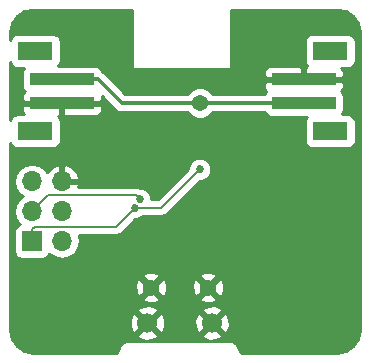
<source format=gbr>
G04 #@! TF.FileFunction,Copper,L2,Bot,Signal*
%FSLAX46Y46*%
G04 Gerber Fmt 4.6, Leading zero omitted, Abs format (unit mm)*
G04 Created by KiCad (PCBNEW 4.0.7) date 01/03/18 15:17:12*
%MOMM*%
%LPD*%
G01*
G04 APERTURE LIST*
%ADD10C,0.100000*%
%ADD11R,1.700000X1.700000*%
%ADD12O,1.700000X1.700000*%
%ADD13C,1.400000*%
%ADD14C,1.700000*%
%ADD15R,5.500000X1.000000*%
%ADD16R,3.000000X1.600000*%
%ADD17C,1.371600*%
%ADD18C,0.685800*%
%ADD19C,0.304800*%
%ADD20C,0.152400*%
%ADD21C,0.254000*%
G04 APERTURE END LIST*
D10*
D11*
X147320000Y-124460000D03*
D12*
X149860000Y-124460000D03*
X147320000Y-121920000D03*
X149860000Y-121920000D03*
X147320000Y-119380000D03*
X149860000Y-119380000D03*
D13*
X157410000Y-128380000D03*
X162250000Y-128380000D03*
D14*
X157100000Y-131380000D03*
X162560000Y-131380000D03*
D15*
X149860000Y-110760000D03*
X149860000Y-112760000D03*
D16*
X147610000Y-108360000D03*
X147610000Y-115160000D03*
D15*
X170325000Y-112760000D03*
X170325000Y-110760000D03*
D16*
X172575000Y-115160000D03*
X172575000Y-108360000D03*
D17*
X161544000Y-112760000D03*
D18*
X156026509Y-121618983D03*
X161544000Y-118364000D03*
X156464000Y-120904000D03*
D19*
X154914800Y-112760000D02*
X161544000Y-112760000D01*
X161544000Y-112760000D02*
X167270200Y-112760000D01*
X149860000Y-110760000D02*
X152914800Y-110760000D01*
X152914800Y-110760000D02*
X154914800Y-112760000D01*
X167270200Y-112760000D02*
X170325000Y-112760000D01*
D20*
X156511442Y-121618983D02*
X156026509Y-121618983D01*
X158289017Y-121618983D02*
X156511442Y-121618983D01*
X161544000Y-118364000D02*
X158289017Y-121618983D01*
X155683610Y-121961882D02*
X156026509Y-121618983D01*
X154416493Y-123228999D02*
X155683610Y-121961882D01*
X147548601Y-123228999D02*
X154416493Y-123228999D01*
X147320000Y-123457600D02*
X147548601Y-123228999D01*
X147320000Y-124460000D02*
X147320000Y-123457600D01*
X156464000Y-120904000D02*
X156121101Y-120561101D01*
X156121101Y-120561101D02*
X148678899Y-120561101D01*
X148678899Y-120561101D02*
X148169999Y-121070001D01*
X148169999Y-121070001D02*
X147320000Y-121920000D01*
D21*
G36*
X155829000Y-109728000D02*
X155837685Y-109774159D01*
X155864965Y-109816553D01*
X155906590Y-109844994D01*
X155956000Y-109855000D01*
X164084000Y-109855000D01*
X164130159Y-109846315D01*
X164172553Y-109819035D01*
X164200994Y-109777410D01*
X164211000Y-109728000D01*
X164211000Y-107560000D01*
X170427560Y-107560000D01*
X170427560Y-109160000D01*
X170471838Y-109395317D01*
X170610910Y-109611441D01*
X170630754Y-109625000D01*
X170610750Y-109625000D01*
X170452000Y-109783750D01*
X170452000Y-110633000D01*
X173551250Y-110633000D01*
X173710000Y-110474250D01*
X173710000Y-110133691D01*
X173613327Y-109900302D01*
X173520466Y-109807440D01*
X174075000Y-109807440D01*
X174310317Y-109763162D01*
X174526441Y-109624090D01*
X174671431Y-109411890D01*
X174722440Y-109160000D01*
X174722440Y-107560000D01*
X174678162Y-107324683D01*
X174539090Y-107108559D01*
X174326890Y-106963569D01*
X174075000Y-106912560D01*
X171075000Y-106912560D01*
X170839683Y-106956838D01*
X170623559Y-107095910D01*
X170478569Y-107308110D01*
X170427560Y-107560000D01*
X164211000Y-107560000D01*
X164211000Y-104850000D01*
X173158069Y-104850000D01*
X173922989Y-105002152D01*
X174512170Y-105395830D01*
X174905848Y-105985011D01*
X175058000Y-106749931D01*
X175058000Y-132010069D01*
X174905848Y-132774989D01*
X174512170Y-133364170D01*
X173922989Y-133757848D01*
X173158069Y-133910000D01*
X165030804Y-133910000D01*
X164719043Y-133286478D01*
X164649271Y-133196578D01*
X164586046Y-133101954D01*
X164564833Y-133087780D01*
X164549193Y-133067628D01*
X164450327Y-133011270D01*
X164355705Y-132948046D01*
X164330686Y-132943069D01*
X164308522Y-132930435D01*
X164195617Y-132916202D01*
X164084000Y-132894000D01*
X155448000Y-132894000D01*
X155336397Y-132916199D01*
X155223478Y-132930434D01*
X155201312Y-132943070D01*
X155176295Y-132948046D01*
X155081677Y-133011267D01*
X154982807Y-133067628D01*
X154967167Y-133087780D01*
X154945954Y-133101954D01*
X154882729Y-133196578D01*
X154812957Y-133286478D01*
X154501196Y-133910000D01*
X147389931Y-133910000D01*
X146625011Y-133757848D01*
X146035830Y-133364170D01*
X145642152Y-132774989D01*
X145572328Y-132423958D01*
X156235647Y-132423958D01*
X156315920Y-132675259D01*
X156871279Y-132876718D01*
X157461458Y-132850315D01*
X157884080Y-132675259D01*
X157964353Y-132423958D01*
X161695647Y-132423958D01*
X161775920Y-132675259D01*
X162331279Y-132876718D01*
X162921458Y-132850315D01*
X163344080Y-132675259D01*
X163424353Y-132423958D01*
X162560000Y-131559605D01*
X161695647Y-132423958D01*
X157964353Y-132423958D01*
X157100000Y-131559605D01*
X156235647Y-132423958D01*
X145572328Y-132423958D01*
X145490000Y-132010069D01*
X145490000Y-131151279D01*
X155603282Y-131151279D01*
X155629685Y-131741458D01*
X155804741Y-132164080D01*
X156056042Y-132244353D01*
X156920395Y-131380000D01*
X157279605Y-131380000D01*
X158143958Y-132244353D01*
X158395259Y-132164080D01*
X158596718Y-131608721D01*
X158576254Y-131151279D01*
X161063282Y-131151279D01*
X161089685Y-131741458D01*
X161264741Y-132164080D01*
X161516042Y-132244353D01*
X162380395Y-131380000D01*
X162739605Y-131380000D01*
X163603958Y-132244353D01*
X163855259Y-132164080D01*
X164056718Y-131608721D01*
X164030315Y-131018542D01*
X163855259Y-130595920D01*
X163603958Y-130515647D01*
X162739605Y-131380000D01*
X162380395Y-131380000D01*
X161516042Y-130515647D01*
X161264741Y-130595920D01*
X161063282Y-131151279D01*
X158576254Y-131151279D01*
X158570315Y-131018542D01*
X158395259Y-130595920D01*
X158143958Y-130515647D01*
X157279605Y-131380000D01*
X156920395Y-131380000D01*
X156056042Y-130515647D01*
X155804741Y-130595920D01*
X155603282Y-131151279D01*
X145490000Y-131151279D01*
X145490000Y-130336042D01*
X156235647Y-130336042D01*
X157100000Y-131200395D01*
X157964353Y-130336042D01*
X161695647Y-130336042D01*
X162560000Y-131200395D01*
X163424353Y-130336042D01*
X163344080Y-130084741D01*
X162788721Y-129883282D01*
X162198542Y-129909685D01*
X161775920Y-130084741D01*
X161695647Y-130336042D01*
X157964353Y-130336042D01*
X157884080Y-130084741D01*
X157328721Y-129883282D01*
X156738542Y-129909685D01*
X156315920Y-130084741D01*
X156235647Y-130336042D01*
X145490000Y-130336042D01*
X145490000Y-129315275D01*
X156654331Y-129315275D01*
X156716169Y-129551042D01*
X157217122Y-129727419D01*
X157747440Y-129698664D01*
X158103831Y-129551042D01*
X158165669Y-129315275D01*
X161494331Y-129315275D01*
X161556169Y-129551042D01*
X162057122Y-129727419D01*
X162587440Y-129698664D01*
X162943831Y-129551042D01*
X163005669Y-129315275D01*
X162250000Y-128559605D01*
X161494331Y-129315275D01*
X158165669Y-129315275D01*
X157410000Y-128559605D01*
X156654331Y-129315275D01*
X145490000Y-129315275D01*
X145490000Y-128187122D01*
X156062581Y-128187122D01*
X156091336Y-128717440D01*
X156238958Y-129073831D01*
X156474725Y-129135669D01*
X157230395Y-128380000D01*
X157589605Y-128380000D01*
X158345275Y-129135669D01*
X158581042Y-129073831D01*
X158757419Y-128572878D01*
X158736503Y-128187122D01*
X160902581Y-128187122D01*
X160931336Y-128717440D01*
X161078958Y-129073831D01*
X161314725Y-129135669D01*
X162070395Y-128380000D01*
X162429605Y-128380000D01*
X163185275Y-129135669D01*
X163421042Y-129073831D01*
X163597419Y-128572878D01*
X163568664Y-128042560D01*
X163421042Y-127686169D01*
X163185275Y-127624331D01*
X162429605Y-128380000D01*
X162070395Y-128380000D01*
X161314725Y-127624331D01*
X161078958Y-127686169D01*
X160902581Y-128187122D01*
X158736503Y-128187122D01*
X158728664Y-128042560D01*
X158581042Y-127686169D01*
X158345275Y-127624331D01*
X157589605Y-128380000D01*
X157230395Y-128380000D01*
X156474725Y-127624331D01*
X156238958Y-127686169D01*
X156062581Y-128187122D01*
X145490000Y-128187122D01*
X145490000Y-127444725D01*
X156654331Y-127444725D01*
X157410000Y-128200395D01*
X158165669Y-127444725D01*
X161494331Y-127444725D01*
X162250000Y-128200395D01*
X163005669Y-127444725D01*
X162943831Y-127208958D01*
X162442878Y-127032581D01*
X161912560Y-127061336D01*
X161556169Y-127208958D01*
X161494331Y-127444725D01*
X158165669Y-127444725D01*
X158103831Y-127208958D01*
X157602878Y-127032581D01*
X157072560Y-127061336D01*
X156716169Y-127208958D01*
X156654331Y-127444725D01*
X145490000Y-127444725D01*
X145490000Y-119380000D01*
X145805907Y-119380000D01*
X145918946Y-119948285D01*
X146240853Y-120430054D01*
X146570026Y-120650000D01*
X146240853Y-120869946D01*
X145918946Y-121351715D01*
X145805907Y-121920000D01*
X145918946Y-122488285D01*
X146240853Y-122970054D01*
X146282452Y-122997850D01*
X146234683Y-123006838D01*
X146018559Y-123145910D01*
X145873569Y-123358110D01*
X145822560Y-123610000D01*
X145822560Y-125310000D01*
X145866838Y-125545317D01*
X146005910Y-125761441D01*
X146218110Y-125906431D01*
X146470000Y-125957440D01*
X148170000Y-125957440D01*
X148405317Y-125913162D01*
X148621441Y-125774090D01*
X148766431Y-125561890D01*
X148777841Y-125505546D01*
X148780853Y-125510054D01*
X149262622Y-125831961D01*
X149830907Y-125945000D01*
X149889093Y-125945000D01*
X150457378Y-125831961D01*
X150939147Y-125510054D01*
X151261054Y-125028285D01*
X151374093Y-124460000D01*
X151270698Y-123940199D01*
X154416493Y-123940199D01*
X154688658Y-123886062D01*
X154919387Y-123731893D01*
X156054372Y-122596908D01*
X156220172Y-122597052D01*
X156579721Y-122448490D01*
X156698235Y-122330183D01*
X158289017Y-122330183D01*
X158561182Y-122276046D01*
X158791911Y-122121877D01*
X161571863Y-119341925D01*
X161737663Y-119342069D01*
X162097212Y-119193507D01*
X162372540Y-118918659D01*
X162521730Y-118559370D01*
X162522069Y-118170337D01*
X162373507Y-117810788D01*
X162098659Y-117535460D01*
X161739370Y-117386270D01*
X161350337Y-117385931D01*
X160990788Y-117534493D01*
X160715460Y-117809341D01*
X160566270Y-118168630D01*
X160566124Y-118336088D01*
X157994429Y-120907783D01*
X157441897Y-120907783D01*
X157442069Y-120710337D01*
X157293507Y-120350788D01*
X157018659Y-120075460D01*
X156659370Y-119926270D01*
X156426234Y-119926067D01*
X156393266Y-119904038D01*
X156121101Y-119849901D01*
X151254668Y-119849901D01*
X151301476Y-119736890D01*
X151180155Y-119507000D01*
X149987000Y-119507000D01*
X149987000Y-119527000D01*
X149733000Y-119527000D01*
X149733000Y-119507000D01*
X149713000Y-119507000D01*
X149713000Y-119253000D01*
X149733000Y-119253000D01*
X149733000Y-118059181D01*
X149987000Y-118059181D01*
X149987000Y-119253000D01*
X151180155Y-119253000D01*
X151301476Y-119023110D01*
X151131645Y-118613076D01*
X150741358Y-118184817D01*
X150216892Y-117938514D01*
X149987000Y-118059181D01*
X149733000Y-118059181D01*
X149503108Y-117938514D01*
X148978642Y-118184817D01*
X148588355Y-118613076D01*
X148588345Y-118613101D01*
X148399147Y-118329946D01*
X147917378Y-118008039D01*
X147349093Y-117895000D01*
X147290907Y-117895000D01*
X146722622Y-118008039D01*
X146240853Y-118329946D01*
X145918946Y-118811715D01*
X145805907Y-119380000D01*
X145490000Y-119380000D01*
X145490000Y-116105831D01*
X145506838Y-116195317D01*
X145645910Y-116411441D01*
X145858110Y-116556431D01*
X146110000Y-116607440D01*
X149110000Y-116607440D01*
X149345317Y-116563162D01*
X149561441Y-116424090D01*
X149706431Y-116211890D01*
X149757440Y-115960000D01*
X149757440Y-114360000D01*
X149713162Y-114124683D01*
X149574090Y-113908559D01*
X149554246Y-113895000D01*
X149574250Y-113895000D01*
X149733000Y-113736250D01*
X149733000Y-112887000D01*
X149987000Y-112887000D01*
X149987000Y-113736250D01*
X150145750Y-113895000D01*
X152736310Y-113895000D01*
X152969699Y-113798327D01*
X153148327Y-113619698D01*
X153245000Y-113386309D01*
X153245000Y-113045750D01*
X153086250Y-112887000D01*
X149987000Y-112887000D01*
X149733000Y-112887000D01*
X146633750Y-112887000D01*
X146475000Y-113045750D01*
X146475000Y-113386309D01*
X146571673Y-113619698D01*
X146664534Y-113712560D01*
X146110000Y-113712560D01*
X145874683Y-113756838D01*
X145658559Y-113895910D01*
X145513569Y-114108110D01*
X145490000Y-114224497D01*
X145490000Y-109305831D01*
X145506838Y-109395317D01*
X145645910Y-109611441D01*
X145858110Y-109756431D01*
X146110000Y-109807440D01*
X146650681Y-109807440D01*
X146513569Y-110008110D01*
X146462560Y-110260000D01*
X146462560Y-111260000D01*
X146506838Y-111495317D01*
X146645910Y-111711441D01*
X146714006Y-111757969D01*
X146571673Y-111900302D01*
X146475000Y-112133691D01*
X146475000Y-112474250D01*
X146633750Y-112633000D01*
X149733000Y-112633000D01*
X149733000Y-112613000D01*
X149987000Y-112613000D01*
X149987000Y-112633000D01*
X153086250Y-112633000D01*
X153245000Y-112474250D01*
X153245000Y-112203752D01*
X154358024Y-113316776D01*
X154613475Y-113487463D01*
X154914800Y-113547400D01*
X160463761Y-113547400D01*
X160794850Y-113879067D01*
X161280124Y-114080570D01*
X161805571Y-114081029D01*
X162291196Y-113880373D01*
X162624750Y-113547400D01*
X167005352Y-113547400D01*
X167110910Y-113711441D01*
X167323110Y-113856431D01*
X167575000Y-113907440D01*
X170615681Y-113907440D01*
X170478569Y-114108110D01*
X170427560Y-114360000D01*
X170427560Y-115960000D01*
X170471838Y-116195317D01*
X170610910Y-116411441D01*
X170823110Y-116556431D01*
X171075000Y-116607440D01*
X174075000Y-116607440D01*
X174310317Y-116563162D01*
X174526441Y-116424090D01*
X174671431Y-116211890D01*
X174722440Y-115960000D01*
X174722440Y-114360000D01*
X174678162Y-114124683D01*
X174539090Y-113908559D01*
X174326890Y-113763569D01*
X174075000Y-113712560D01*
X173534319Y-113712560D01*
X173671431Y-113511890D01*
X173722440Y-113260000D01*
X173722440Y-112260000D01*
X173678162Y-112024683D01*
X173539090Y-111808559D01*
X173470994Y-111762031D01*
X173613327Y-111619698D01*
X173710000Y-111386309D01*
X173710000Y-111045750D01*
X173551250Y-110887000D01*
X170452000Y-110887000D01*
X170452000Y-110907000D01*
X170198000Y-110907000D01*
X170198000Y-110887000D01*
X167098750Y-110887000D01*
X166940000Y-111045750D01*
X166940000Y-111386309D01*
X167036673Y-111619698D01*
X167177910Y-111760936D01*
X167123559Y-111795910D01*
X167002832Y-111972600D01*
X162624239Y-111972600D01*
X162293150Y-111640933D01*
X161807876Y-111439430D01*
X161282429Y-111438971D01*
X160796804Y-111639627D01*
X160463250Y-111972600D01*
X155240952Y-111972600D01*
X153471576Y-110203224D01*
X153367513Y-110133691D01*
X166940000Y-110133691D01*
X166940000Y-110474250D01*
X167098750Y-110633000D01*
X170198000Y-110633000D01*
X170198000Y-109783750D01*
X170039250Y-109625000D01*
X167448690Y-109625000D01*
X167215301Y-109721673D01*
X167036673Y-109900302D01*
X166940000Y-110133691D01*
X153367513Y-110133691D01*
X153216125Y-110032537D01*
X153214582Y-110032230D01*
X153213162Y-110024683D01*
X153074090Y-109808559D01*
X152861890Y-109663569D01*
X152610000Y-109612560D01*
X149569319Y-109612560D01*
X149706431Y-109411890D01*
X149757440Y-109160000D01*
X149757440Y-107560000D01*
X149713162Y-107324683D01*
X149574090Y-107108559D01*
X149361890Y-106963569D01*
X149110000Y-106912560D01*
X146110000Y-106912560D01*
X145874683Y-106956838D01*
X145658559Y-107095910D01*
X145513569Y-107308110D01*
X145490000Y-107424497D01*
X145490000Y-106749931D01*
X145642152Y-105985011D01*
X146035830Y-105395830D01*
X146625011Y-105002152D01*
X147389931Y-104850000D01*
X155829000Y-104850000D01*
X155829000Y-109728000D01*
X155829000Y-109728000D01*
G37*
X155829000Y-109728000D02*
X155837685Y-109774159D01*
X155864965Y-109816553D01*
X155906590Y-109844994D01*
X155956000Y-109855000D01*
X164084000Y-109855000D01*
X164130159Y-109846315D01*
X164172553Y-109819035D01*
X164200994Y-109777410D01*
X164211000Y-109728000D01*
X164211000Y-107560000D01*
X170427560Y-107560000D01*
X170427560Y-109160000D01*
X170471838Y-109395317D01*
X170610910Y-109611441D01*
X170630754Y-109625000D01*
X170610750Y-109625000D01*
X170452000Y-109783750D01*
X170452000Y-110633000D01*
X173551250Y-110633000D01*
X173710000Y-110474250D01*
X173710000Y-110133691D01*
X173613327Y-109900302D01*
X173520466Y-109807440D01*
X174075000Y-109807440D01*
X174310317Y-109763162D01*
X174526441Y-109624090D01*
X174671431Y-109411890D01*
X174722440Y-109160000D01*
X174722440Y-107560000D01*
X174678162Y-107324683D01*
X174539090Y-107108559D01*
X174326890Y-106963569D01*
X174075000Y-106912560D01*
X171075000Y-106912560D01*
X170839683Y-106956838D01*
X170623559Y-107095910D01*
X170478569Y-107308110D01*
X170427560Y-107560000D01*
X164211000Y-107560000D01*
X164211000Y-104850000D01*
X173158069Y-104850000D01*
X173922989Y-105002152D01*
X174512170Y-105395830D01*
X174905848Y-105985011D01*
X175058000Y-106749931D01*
X175058000Y-132010069D01*
X174905848Y-132774989D01*
X174512170Y-133364170D01*
X173922989Y-133757848D01*
X173158069Y-133910000D01*
X165030804Y-133910000D01*
X164719043Y-133286478D01*
X164649271Y-133196578D01*
X164586046Y-133101954D01*
X164564833Y-133087780D01*
X164549193Y-133067628D01*
X164450327Y-133011270D01*
X164355705Y-132948046D01*
X164330686Y-132943069D01*
X164308522Y-132930435D01*
X164195617Y-132916202D01*
X164084000Y-132894000D01*
X155448000Y-132894000D01*
X155336397Y-132916199D01*
X155223478Y-132930434D01*
X155201312Y-132943070D01*
X155176295Y-132948046D01*
X155081677Y-133011267D01*
X154982807Y-133067628D01*
X154967167Y-133087780D01*
X154945954Y-133101954D01*
X154882729Y-133196578D01*
X154812957Y-133286478D01*
X154501196Y-133910000D01*
X147389931Y-133910000D01*
X146625011Y-133757848D01*
X146035830Y-133364170D01*
X145642152Y-132774989D01*
X145572328Y-132423958D01*
X156235647Y-132423958D01*
X156315920Y-132675259D01*
X156871279Y-132876718D01*
X157461458Y-132850315D01*
X157884080Y-132675259D01*
X157964353Y-132423958D01*
X161695647Y-132423958D01*
X161775920Y-132675259D01*
X162331279Y-132876718D01*
X162921458Y-132850315D01*
X163344080Y-132675259D01*
X163424353Y-132423958D01*
X162560000Y-131559605D01*
X161695647Y-132423958D01*
X157964353Y-132423958D01*
X157100000Y-131559605D01*
X156235647Y-132423958D01*
X145572328Y-132423958D01*
X145490000Y-132010069D01*
X145490000Y-131151279D01*
X155603282Y-131151279D01*
X155629685Y-131741458D01*
X155804741Y-132164080D01*
X156056042Y-132244353D01*
X156920395Y-131380000D01*
X157279605Y-131380000D01*
X158143958Y-132244353D01*
X158395259Y-132164080D01*
X158596718Y-131608721D01*
X158576254Y-131151279D01*
X161063282Y-131151279D01*
X161089685Y-131741458D01*
X161264741Y-132164080D01*
X161516042Y-132244353D01*
X162380395Y-131380000D01*
X162739605Y-131380000D01*
X163603958Y-132244353D01*
X163855259Y-132164080D01*
X164056718Y-131608721D01*
X164030315Y-131018542D01*
X163855259Y-130595920D01*
X163603958Y-130515647D01*
X162739605Y-131380000D01*
X162380395Y-131380000D01*
X161516042Y-130515647D01*
X161264741Y-130595920D01*
X161063282Y-131151279D01*
X158576254Y-131151279D01*
X158570315Y-131018542D01*
X158395259Y-130595920D01*
X158143958Y-130515647D01*
X157279605Y-131380000D01*
X156920395Y-131380000D01*
X156056042Y-130515647D01*
X155804741Y-130595920D01*
X155603282Y-131151279D01*
X145490000Y-131151279D01*
X145490000Y-130336042D01*
X156235647Y-130336042D01*
X157100000Y-131200395D01*
X157964353Y-130336042D01*
X161695647Y-130336042D01*
X162560000Y-131200395D01*
X163424353Y-130336042D01*
X163344080Y-130084741D01*
X162788721Y-129883282D01*
X162198542Y-129909685D01*
X161775920Y-130084741D01*
X161695647Y-130336042D01*
X157964353Y-130336042D01*
X157884080Y-130084741D01*
X157328721Y-129883282D01*
X156738542Y-129909685D01*
X156315920Y-130084741D01*
X156235647Y-130336042D01*
X145490000Y-130336042D01*
X145490000Y-129315275D01*
X156654331Y-129315275D01*
X156716169Y-129551042D01*
X157217122Y-129727419D01*
X157747440Y-129698664D01*
X158103831Y-129551042D01*
X158165669Y-129315275D01*
X161494331Y-129315275D01*
X161556169Y-129551042D01*
X162057122Y-129727419D01*
X162587440Y-129698664D01*
X162943831Y-129551042D01*
X163005669Y-129315275D01*
X162250000Y-128559605D01*
X161494331Y-129315275D01*
X158165669Y-129315275D01*
X157410000Y-128559605D01*
X156654331Y-129315275D01*
X145490000Y-129315275D01*
X145490000Y-128187122D01*
X156062581Y-128187122D01*
X156091336Y-128717440D01*
X156238958Y-129073831D01*
X156474725Y-129135669D01*
X157230395Y-128380000D01*
X157589605Y-128380000D01*
X158345275Y-129135669D01*
X158581042Y-129073831D01*
X158757419Y-128572878D01*
X158736503Y-128187122D01*
X160902581Y-128187122D01*
X160931336Y-128717440D01*
X161078958Y-129073831D01*
X161314725Y-129135669D01*
X162070395Y-128380000D01*
X162429605Y-128380000D01*
X163185275Y-129135669D01*
X163421042Y-129073831D01*
X163597419Y-128572878D01*
X163568664Y-128042560D01*
X163421042Y-127686169D01*
X163185275Y-127624331D01*
X162429605Y-128380000D01*
X162070395Y-128380000D01*
X161314725Y-127624331D01*
X161078958Y-127686169D01*
X160902581Y-128187122D01*
X158736503Y-128187122D01*
X158728664Y-128042560D01*
X158581042Y-127686169D01*
X158345275Y-127624331D01*
X157589605Y-128380000D01*
X157230395Y-128380000D01*
X156474725Y-127624331D01*
X156238958Y-127686169D01*
X156062581Y-128187122D01*
X145490000Y-128187122D01*
X145490000Y-127444725D01*
X156654331Y-127444725D01*
X157410000Y-128200395D01*
X158165669Y-127444725D01*
X161494331Y-127444725D01*
X162250000Y-128200395D01*
X163005669Y-127444725D01*
X162943831Y-127208958D01*
X162442878Y-127032581D01*
X161912560Y-127061336D01*
X161556169Y-127208958D01*
X161494331Y-127444725D01*
X158165669Y-127444725D01*
X158103831Y-127208958D01*
X157602878Y-127032581D01*
X157072560Y-127061336D01*
X156716169Y-127208958D01*
X156654331Y-127444725D01*
X145490000Y-127444725D01*
X145490000Y-119380000D01*
X145805907Y-119380000D01*
X145918946Y-119948285D01*
X146240853Y-120430054D01*
X146570026Y-120650000D01*
X146240853Y-120869946D01*
X145918946Y-121351715D01*
X145805907Y-121920000D01*
X145918946Y-122488285D01*
X146240853Y-122970054D01*
X146282452Y-122997850D01*
X146234683Y-123006838D01*
X146018559Y-123145910D01*
X145873569Y-123358110D01*
X145822560Y-123610000D01*
X145822560Y-125310000D01*
X145866838Y-125545317D01*
X146005910Y-125761441D01*
X146218110Y-125906431D01*
X146470000Y-125957440D01*
X148170000Y-125957440D01*
X148405317Y-125913162D01*
X148621441Y-125774090D01*
X148766431Y-125561890D01*
X148777841Y-125505546D01*
X148780853Y-125510054D01*
X149262622Y-125831961D01*
X149830907Y-125945000D01*
X149889093Y-125945000D01*
X150457378Y-125831961D01*
X150939147Y-125510054D01*
X151261054Y-125028285D01*
X151374093Y-124460000D01*
X151270698Y-123940199D01*
X154416493Y-123940199D01*
X154688658Y-123886062D01*
X154919387Y-123731893D01*
X156054372Y-122596908D01*
X156220172Y-122597052D01*
X156579721Y-122448490D01*
X156698235Y-122330183D01*
X158289017Y-122330183D01*
X158561182Y-122276046D01*
X158791911Y-122121877D01*
X161571863Y-119341925D01*
X161737663Y-119342069D01*
X162097212Y-119193507D01*
X162372540Y-118918659D01*
X162521730Y-118559370D01*
X162522069Y-118170337D01*
X162373507Y-117810788D01*
X162098659Y-117535460D01*
X161739370Y-117386270D01*
X161350337Y-117385931D01*
X160990788Y-117534493D01*
X160715460Y-117809341D01*
X160566270Y-118168630D01*
X160566124Y-118336088D01*
X157994429Y-120907783D01*
X157441897Y-120907783D01*
X157442069Y-120710337D01*
X157293507Y-120350788D01*
X157018659Y-120075460D01*
X156659370Y-119926270D01*
X156426234Y-119926067D01*
X156393266Y-119904038D01*
X156121101Y-119849901D01*
X151254668Y-119849901D01*
X151301476Y-119736890D01*
X151180155Y-119507000D01*
X149987000Y-119507000D01*
X149987000Y-119527000D01*
X149733000Y-119527000D01*
X149733000Y-119507000D01*
X149713000Y-119507000D01*
X149713000Y-119253000D01*
X149733000Y-119253000D01*
X149733000Y-118059181D01*
X149987000Y-118059181D01*
X149987000Y-119253000D01*
X151180155Y-119253000D01*
X151301476Y-119023110D01*
X151131645Y-118613076D01*
X150741358Y-118184817D01*
X150216892Y-117938514D01*
X149987000Y-118059181D01*
X149733000Y-118059181D01*
X149503108Y-117938514D01*
X148978642Y-118184817D01*
X148588355Y-118613076D01*
X148588345Y-118613101D01*
X148399147Y-118329946D01*
X147917378Y-118008039D01*
X147349093Y-117895000D01*
X147290907Y-117895000D01*
X146722622Y-118008039D01*
X146240853Y-118329946D01*
X145918946Y-118811715D01*
X145805907Y-119380000D01*
X145490000Y-119380000D01*
X145490000Y-116105831D01*
X145506838Y-116195317D01*
X145645910Y-116411441D01*
X145858110Y-116556431D01*
X146110000Y-116607440D01*
X149110000Y-116607440D01*
X149345317Y-116563162D01*
X149561441Y-116424090D01*
X149706431Y-116211890D01*
X149757440Y-115960000D01*
X149757440Y-114360000D01*
X149713162Y-114124683D01*
X149574090Y-113908559D01*
X149554246Y-113895000D01*
X149574250Y-113895000D01*
X149733000Y-113736250D01*
X149733000Y-112887000D01*
X149987000Y-112887000D01*
X149987000Y-113736250D01*
X150145750Y-113895000D01*
X152736310Y-113895000D01*
X152969699Y-113798327D01*
X153148327Y-113619698D01*
X153245000Y-113386309D01*
X153245000Y-113045750D01*
X153086250Y-112887000D01*
X149987000Y-112887000D01*
X149733000Y-112887000D01*
X146633750Y-112887000D01*
X146475000Y-113045750D01*
X146475000Y-113386309D01*
X146571673Y-113619698D01*
X146664534Y-113712560D01*
X146110000Y-113712560D01*
X145874683Y-113756838D01*
X145658559Y-113895910D01*
X145513569Y-114108110D01*
X145490000Y-114224497D01*
X145490000Y-109305831D01*
X145506838Y-109395317D01*
X145645910Y-109611441D01*
X145858110Y-109756431D01*
X146110000Y-109807440D01*
X146650681Y-109807440D01*
X146513569Y-110008110D01*
X146462560Y-110260000D01*
X146462560Y-111260000D01*
X146506838Y-111495317D01*
X146645910Y-111711441D01*
X146714006Y-111757969D01*
X146571673Y-111900302D01*
X146475000Y-112133691D01*
X146475000Y-112474250D01*
X146633750Y-112633000D01*
X149733000Y-112633000D01*
X149733000Y-112613000D01*
X149987000Y-112613000D01*
X149987000Y-112633000D01*
X153086250Y-112633000D01*
X153245000Y-112474250D01*
X153245000Y-112203752D01*
X154358024Y-113316776D01*
X154613475Y-113487463D01*
X154914800Y-113547400D01*
X160463761Y-113547400D01*
X160794850Y-113879067D01*
X161280124Y-114080570D01*
X161805571Y-114081029D01*
X162291196Y-113880373D01*
X162624750Y-113547400D01*
X167005352Y-113547400D01*
X167110910Y-113711441D01*
X167323110Y-113856431D01*
X167575000Y-113907440D01*
X170615681Y-113907440D01*
X170478569Y-114108110D01*
X170427560Y-114360000D01*
X170427560Y-115960000D01*
X170471838Y-116195317D01*
X170610910Y-116411441D01*
X170823110Y-116556431D01*
X171075000Y-116607440D01*
X174075000Y-116607440D01*
X174310317Y-116563162D01*
X174526441Y-116424090D01*
X174671431Y-116211890D01*
X174722440Y-115960000D01*
X174722440Y-114360000D01*
X174678162Y-114124683D01*
X174539090Y-113908559D01*
X174326890Y-113763569D01*
X174075000Y-113712560D01*
X173534319Y-113712560D01*
X173671431Y-113511890D01*
X173722440Y-113260000D01*
X173722440Y-112260000D01*
X173678162Y-112024683D01*
X173539090Y-111808559D01*
X173470994Y-111762031D01*
X173613327Y-111619698D01*
X173710000Y-111386309D01*
X173710000Y-111045750D01*
X173551250Y-110887000D01*
X170452000Y-110887000D01*
X170452000Y-110907000D01*
X170198000Y-110907000D01*
X170198000Y-110887000D01*
X167098750Y-110887000D01*
X166940000Y-111045750D01*
X166940000Y-111386309D01*
X167036673Y-111619698D01*
X167177910Y-111760936D01*
X167123559Y-111795910D01*
X167002832Y-111972600D01*
X162624239Y-111972600D01*
X162293150Y-111640933D01*
X161807876Y-111439430D01*
X161282429Y-111438971D01*
X160796804Y-111639627D01*
X160463250Y-111972600D01*
X155240952Y-111972600D01*
X153471576Y-110203224D01*
X153367513Y-110133691D01*
X166940000Y-110133691D01*
X166940000Y-110474250D01*
X167098750Y-110633000D01*
X170198000Y-110633000D01*
X170198000Y-109783750D01*
X170039250Y-109625000D01*
X167448690Y-109625000D01*
X167215301Y-109721673D01*
X167036673Y-109900302D01*
X166940000Y-110133691D01*
X153367513Y-110133691D01*
X153216125Y-110032537D01*
X153214582Y-110032230D01*
X153213162Y-110024683D01*
X153074090Y-109808559D01*
X152861890Y-109663569D01*
X152610000Y-109612560D01*
X149569319Y-109612560D01*
X149706431Y-109411890D01*
X149757440Y-109160000D01*
X149757440Y-107560000D01*
X149713162Y-107324683D01*
X149574090Y-107108559D01*
X149361890Y-106963569D01*
X149110000Y-106912560D01*
X146110000Y-106912560D01*
X145874683Y-106956838D01*
X145658559Y-107095910D01*
X145513569Y-107308110D01*
X145490000Y-107424497D01*
X145490000Y-106749931D01*
X145642152Y-105985011D01*
X146035830Y-105395830D01*
X146625011Y-105002152D01*
X147389931Y-104850000D01*
X155829000Y-104850000D01*
X155829000Y-109728000D01*
M02*

</source>
